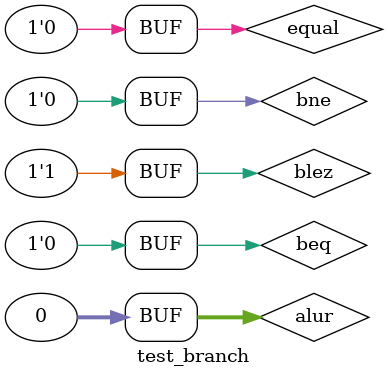
<source format=v>
`timescale 1ns / 1ps
module test_branch(

    );
	reg beq,bne,blez,syscall,equal;
	reg [31:0]alur;
	wire branch,bat;
	branch_halt _test_branch(
		beq,bne,blez,syscall,equal,alur,
		branch,bat
    );
	initial begin
		beq = 0;
		bne = 0;
		blez = 0;
		equal = 0;
		alur = 0;
		#20 beq = 1;
		#20 equal = 1;
		#20 bne = 1;
		beq = 0;
		#20 equal = 0;
		#20 bne = 0;
		blez = 1;
		#20 equal = 1;
		#20 alur = 1;
		#20 equal = 0;
		#20 alur = 0;
	end
endmodule

</source>
